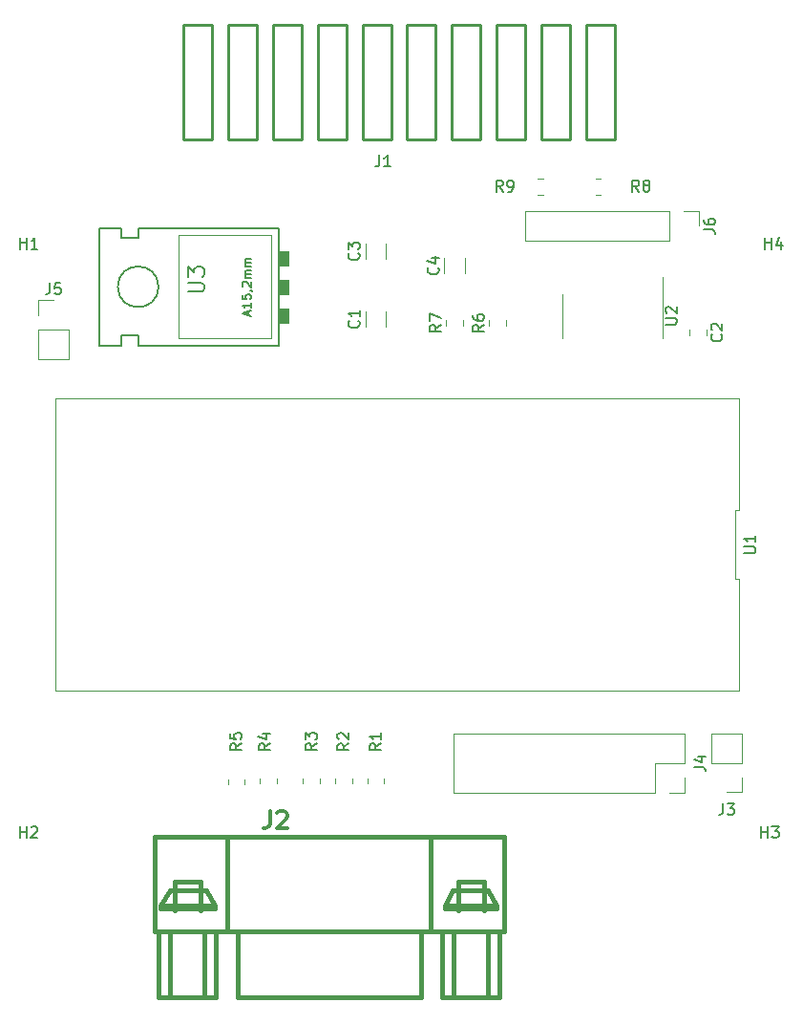
<source format=gbr>
%TF.GenerationSoftware,KiCad,Pcbnew,(6.0.0)*%
%TF.CreationDate,2023-01-29T22:37:32-05:00*%
%TF.ProjectId,TRS-80-M3-VID1,5452532d-3830-42d4-9d33-2d564944312e,rev?*%
%TF.SameCoordinates,Original*%
%TF.FileFunction,Legend,Top*%
%TF.FilePolarity,Positive*%
%FSLAX46Y46*%
G04 Gerber Fmt 4.6, Leading zero omitted, Abs format (unit mm)*
G04 Created by KiCad (PCBNEW (6.0.0)) date 2023-01-29 22:37:32*
%MOMM*%
%LPD*%
G01*
G04 APERTURE LIST*
%ADD10C,0.150000*%
%ADD11C,0.304800*%
%ADD12C,0.120000*%
%ADD13C,0.381000*%
%ADD14C,0.254000*%
%ADD15C,0.152400*%
%ADD16C,0.050800*%
%ADD17C,0.010000*%
G04 APERTURE END LIST*
D10*
%TO.C,C3*%
X129262142Y-54484166D02*
X129309761Y-54531785D01*
X129357380Y-54674642D01*
X129357380Y-54769880D01*
X129309761Y-54912738D01*
X129214523Y-55007976D01*
X129119285Y-55055595D01*
X128928809Y-55103214D01*
X128785952Y-55103214D01*
X128595476Y-55055595D01*
X128500238Y-55007976D01*
X128405000Y-54912738D01*
X128357380Y-54769880D01*
X128357380Y-54674642D01*
X128405000Y-54531785D01*
X128452619Y-54484166D01*
X128357380Y-54150833D02*
X128357380Y-53531785D01*
X128738333Y-53865119D01*
X128738333Y-53722261D01*
X128785952Y-53627023D01*
X128833571Y-53579404D01*
X128928809Y-53531785D01*
X129166904Y-53531785D01*
X129262142Y-53579404D01*
X129309761Y-53627023D01*
X129357380Y-53722261D01*
X129357380Y-54007976D01*
X129309761Y-54103214D01*
X129262142Y-54150833D01*
%TO.C,R9*%
X142073333Y-49029880D02*
X141740000Y-48553690D01*
X141501904Y-49029880D02*
X141501904Y-48029880D01*
X141882857Y-48029880D01*
X141978095Y-48077500D01*
X142025714Y-48125119D01*
X142073333Y-48220357D01*
X142073333Y-48363214D01*
X142025714Y-48458452D01*
X141978095Y-48506071D01*
X141882857Y-48553690D01*
X141501904Y-48553690D01*
X142549523Y-49029880D02*
X142740000Y-49029880D01*
X142835238Y-48982261D01*
X142882857Y-48934642D01*
X142978095Y-48791785D01*
X143025714Y-48601309D01*
X143025714Y-48220357D01*
X142978095Y-48125119D01*
X142930476Y-48077500D01*
X142835238Y-48029880D01*
X142644761Y-48029880D01*
X142549523Y-48077500D01*
X142501904Y-48125119D01*
X142454285Y-48220357D01*
X142454285Y-48458452D01*
X142501904Y-48553690D01*
X142549523Y-48601309D01*
X142644761Y-48648928D01*
X142835238Y-48648928D01*
X142930476Y-48601309D01*
X142978095Y-48553690D01*
X143025714Y-48458452D01*
%TO.C,U2*%
X156497380Y-60801904D02*
X157306904Y-60801904D01*
X157402142Y-60754285D01*
X157449761Y-60706666D01*
X157497380Y-60611428D01*
X157497380Y-60420952D01*
X157449761Y-60325714D01*
X157402142Y-60278095D01*
X157306904Y-60230476D01*
X156497380Y-60230476D01*
X156592619Y-59801904D02*
X156545000Y-59754285D01*
X156497380Y-59659047D01*
X156497380Y-59420952D01*
X156545000Y-59325714D01*
X156592619Y-59278095D01*
X156687857Y-59230476D01*
X156783095Y-59230476D01*
X156925952Y-59278095D01*
X157497380Y-59849523D01*
X157497380Y-59230476D01*
%TO.C,R5*%
X118879880Y-97956666D02*
X118403690Y-98290000D01*
X118879880Y-98528095D02*
X117879880Y-98528095D01*
X117879880Y-98147142D01*
X117927500Y-98051904D01*
X117975119Y-98004285D01*
X118070357Y-97956666D01*
X118213214Y-97956666D01*
X118308452Y-98004285D01*
X118356071Y-98051904D01*
X118403690Y-98147142D01*
X118403690Y-98528095D01*
X117879880Y-97051904D02*
X117879880Y-97528095D01*
X118356071Y-97575714D01*
X118308452Y-97528095D01*
X118260833Y-97432857D01*
X118260833Y-97194761D01*
X118308452Y-97099523D01*
X118356071Y-97051904D01*
X118451309Y-97004285D01*
X118689404Y-97004285D01*
X118784642Y-97051904D01*
X118832261Y-97099523D01*
X118879880Y-97194761D01*
X118879880Y-97432857D01*
X118832261Y-97528095D01*
X118784642Y-97575714D01*
%TO.C,C4*%
X136302142Y-55761666D02*
X136349761Y-55809285D01*
X136397380Y-55952142D01*
X136397380Y-56047380D01*
X136349761Y-56190238D01*
X136254523Y-56285476D01*
X136159285Y-56333095D01*
X135968809Y-56380714D01*
X135825952Y-56380714D01*
X135635476Y-56333095D01*
X135540238Y-56285476D01*
X135445000Y-56190238D01*
X135397380Y-56047380D01*
X135397380Y-55952142D01*
X135445000Y-55809285D01*
X135492619Y-55761666D01*
X135730714Y-54904523D02*
X136397380Y-54904523D01*
X135349761Y-55142619D02*
X136064047Y-55380714D01*
X136064047Y-54761666D01*
D11*
%TO.C,J2*%
X121412000Y-103940428D02*
X121412000Y-105029000D01*
X121339428Y-105246714D01*
X121194285Y-105391857D01*
X120976571Y-105464428D01*
X120831428Y-105464428D01*
X122065142Y-104085571D02*
X122137714Y-104013000D01*
X122282857Y-103940428D01*
X122645714Y-103940428D01*
X122790857Y-104013000D01*
X122863428Y-104085571D01*
X122936000Y-104230714D01*
X122936000Y-104375857D01*
X122863428Y-104593571D01*
X121992571Y-105464428D01*
X122936000Y-105464428D01*
D10*
%TO.C,H3*%
X164973095Y-106307380D02*
X164973095Y-105307380D01*
X164973095Y-105783571D02*
X165544523Y-105783571D01*
X165544523Y-106307380D02*
X165544523Y-105307380D01*
X165925476Y-105307380D02*
X166544523Y-105307380D01*
X166211190Y-105688333D01*
X166354047Y-105688333D01*
X166449285Y-105735952D01*
X166496904Y-105783571D01*
X166544523Y-105878809D01*
X166544523Y-106116904D01*
X166496904Y-106212142D01*
X166449285Y-106259761D01*
X166354047Y-106307380D01*
X166068333Y-106307380D01*
X165973095Y-106259761D01*
X165925476Y-106212142D01*
%TO.C,C2*%
X161422142Y-61676666D02*
X161469761Y-61724285D01*
X161517380Y-61867142D01*
X161517380Y-61962380D01*
X161469761Y-62105238D01*
X161374523Y-62200476D01*
X161279285Y-62248095D01*
X161088809Y-62295714D01*
X160945952Y-62295714D01*
X160755476Y-62248095D01*
X160660238Y-62200476D01*
X160565000Y-62105238D01*
X160517380Y-61962380D01*
X160517380Y-61867142D01*
X160565000Y-61724285D01*
X160612619Y-61676666D01*
X160612619Y-61295714D02*
X160565000Y-61248095D01*
X160517380Y-61152857D01*
X160517380Y-60914761D01*
X160565000Y-60819523D01*
X160612619Y-60771904D01*
X160707857Y-60724285D01*
X160803095Y-60724285D01*
X160945952Y-60771904D01*
X161517380Y-61343333D01*
X161517380Y-60724285D01*
%TO.C,R7*%
X136597380Y-60841666D02*
X136121190Y-61175000D01*
X136597380Y-61413095D02*
X135597380Y-61413095D01*
X135597380Y-61032142D01*
X135645000Y-60936904D01*
X135692619Y-60889285D01*
X135787857Y-60841666D01*
X135930714Y-60841666D01*
X136025952Y-60889285D01*
X136073571Y-60936904D01*
X136121190Y-61032142D01*
X136121190Y-61413095D01*
X135597380Y-60508333D02*
X135597380Y-59841666D01*
X136597380Y-60270238D01*
%TO.C,R3*%
X125547380Y-97956666D02*
X125071190Y-98290000D01*
X125547380Y-98528095D02*
X124547380Y-98528095D01*
X124547380Y-98147142D01*
X124595000Y-98051904D01*
X124642619Y-98004285D01*
X124737857Y-97956666D01*
X124880714Y-97956666D01*
X124975952Y-98004285D01*
X125023571Y-98051904D01*
X125071190Y-98147142D01*
X125071190Y-98528095D01*
X124547380Y-97623333D02*
X124547380Y-97004285D01*
X124928333Y-97337619D01*
X124928333Y-97194761D01*
X124975952Y-97099523D01*
X125023571Y-97051904D01*
X125118809Y-97004285D01*
X125356904Y-97004285D01*
X125452142Y-97051904D01*
X125499761Y-97099523D01*
X125547380Y-97194761D01*
X125547380Y-97480476D01*
X125499761Y-97575714D01*
X125452142Y-97623333D01*
%TO.C,J1*%
X131111666Y-45807380D02*
X131111666Y-46521666D01*
X131064047Y-46664523D01*
X130968809Y-46759761D01*
X130825952Y-46807380D01*
X130730714Y-46807380D01*
X132111666Y-46807380D02*
X131540238Y-46807380D01*
X131825952Y-46807380D02*
X131825952Y-45807380D01*
X131730714Y-45950238D01*
X131635476Y-46045476D01*
X131540238Y-46093095D01*
%TO.C,J3*%
X161591666Y-103254890D02*
X161591666Y-103969176D01*
X161544047Y-104112033D01*
X161448809Y-104207271D01*
X161305952Y-104254890D01*
X161210714Y-104254890D01*
X161972619Y-103254890D02*
X162591666Y-103254890D01*
X162258333Y-103635843D01*
X162401190Y-103635843D01*
X162496428Y-103683462D01*
X162544047Y-103731081D01*
X162591666Y-103826319D01*
X162591666Y-104064414D01*
X162544047Y-104159652D01*
X162496428Y-104207271D01*
X162401190Y-104254890D01*
X162115476Y-104254890D01*
X162020238Y-104207271D01*
X161972619Y-104159652D01*
%TO.C,R8*%
X154138333Y-49029880D02*
X153805000Y-48553690D01*
X153566904Y-49029880D02*
X153566904Y-48029880D01*
X153947857Y-48029880D01*
X154043095Y-48077500D01*
X154090714Y-48125119D01*
X154138333Y-48220357D01*
X154138333Y-48363214D01*
X154090714Y-48458452D01*
X154043095Y-48506071D01*
X153947857Y-48553690D01*
X153566904Y-48553690D01*
X154709761Y-48458452D02*
X154614523Y-48410833D01*
X154566904Y-48363214D01*
X154519285Y-48267976D01*
X154519285Y-48220357D01*
X154566904Y-48125119D01*
X154614523Y-48077500D01*
X154709761Y-48029880D01*
X154900238Y-48029880D01*
X154995476Y-48077500D01*
X155043095Y-48125119D01*
X155090714Y-48220357D01*
X155090714Y-48267976D01*
X155043095Y-48363214D01*
X154995476Y-48410833D01*
X154900238Y-48458452D01*
X154709761Y-48458452D01*
X154614523Y-48506071D01*
X154566904Y-48553690D01*
X154519285Y-48648928D01*
X154519285Y-48839404D01*
X154566904Y-48934642D01*
X154614523Y-48982261D01*
X154709761Y-49029880D01*
X154900238Y-49029880D01*
X154995476Y-48982261D01*
X155043095Y-48934642D01*
X155090714Y-48839404D01*
X155090714Y-48648928D01*
X155043095Y-48553690D01*
X154995476Y-48506071D01*
X154900238Y-48458452D01*
%TO.C,J4*%
X159052380Y-100028343D02*
X159766666Y-100028343D01*
X159909523Y-100075962D01*
X160004761Y-100171200D01*
X160052380Y-100314057D01*
X160052380Y-100409295D01*
X159385714Y-99123581D02*
X160052380Y-99123581D01*
X159004761Y-99361676D02*
X159719047Y-99599771D01*
X159719047Y-98980724D01*
%TO.C,H1*%
X99250595Y-54109880D02*
X99250595Y-53109880D01*
X99250595Y-53586071D02*
X99822023Y-53586071D01*
X99822023Y-54109880D02*
X99822023Y-53109880D01*
X100822023Y-54109880D02*
X100250595Y-54109880D01*
X100536309Y-54109880D02*
X100536309Y-53109880D01*
X100441071Y-53252738D01*
X100345833Y-53347976D01*
X100250595Y-53395595D01*
%TO.C,R2*%
X128404880Y-97956666D02*
X127928690Y-98290000D01*
X128404880Y-98528095D02*
X127404880Y-98528095D01*
X127404880Y-98147142D01*
X127452500Y-98051904D01*
X127500119Y-98004285D01*
X127595357Y-97956666D01*
X127738214Y-97956666D01*
X127833452Y-98004285D01*
X127881071Y-98051904D01*
X127928690Y-98147142D01*
X127928690Y-98528095D01*
X127500119Y-97575714D02*
X127452500Y-97528095D01*
X127404880Y-97432857D01*
X127404880Y-97194761D01*
X127452500Y-97099523D01*
X127500119Y-97051904D01*
X127595357Y-97004285D01*
X127690595Y-97004285D01*
X127833452Y-97051904D01*
X128404880Y-97623333D01*
X128404880Y-97004285D01*
%TO.C,C1*%
X129262142Y-60491666D02*
X129309761Y-60539285D01*
X129357380Y-60682142D01*
X129357380Y-60777380D01*
X129309761Y-60920238D01*
X129214523Y-61015476D01*
X129119285Y-61063095D01*
X128928809Y-61110714D01*
X128785952Y-61110714D01*
X128595476Y-61063095D01*
X128500238Y-61015476D01*
X128405000Y-60920238D01*
X128357380Y-60777380D01*
X128357380Y-60682142D01*
X128405000Y-60539285D01*
X128452619Y-60491666D01*
X129357380Y-59539285D02*
X129357380Y-60110714D01*
X129357380Y-59825000D02*
X128357380Y-59825000D01*
X128500238Y-59920238D01*
X128595476Y-60015476D01*
X128643095Y-60110714D01*
%TO.C,R6*%
X140407380Y-60841666D02*
X139931190Y-61175000D01*
X140407380Y-61413095D02*
X139407380Y-61413095D01*
X139407380Y-61032142D01*
X139455000Y-60936904D01*
X139502619Y-60889285D01*
X139597857Y-60841666D01*
X139740714Y-60841666D01*
X139835952Y-60889285D01*
X139883571Y-60936904D01*
X139931190Y-61032142D01*
X139931190Y-61413095D01*
X139407380Y-59984523D02*
X139407380Y-60175000D01*
X139455000Y-60270238D01*
X139502619Y-60317857D01*
X139645476Y-60413095D01*
X139835952Y-60460714D01*
X140216904Y-60460714D01*
X140312142Y-60413095D01*
X140359761Y-60365476D01*
X140407380Y-60270238D01*
X140407380Y-60079761D01*
X140359761Y-59984523D01*
X140312142Y-59936904D01*
X140216904Y-59889285D01*
X139978809Y-59889285D01*
X139883571Y-59936904D01*
X139835952Y-59984523D01*
X139788333Y-60079761D01*
X139788333Y-60270238D01*
X139835952Y-60365476D01*
X139883571Y-60413095D01*
X139978809Y-60460714D01*
%TO.C,H2*%
X99250595Y-106307380D02*
X99250595Y-105307380D01*
X99250595Y-105783571D02*
X99822023Y-105783571D01*
X99822023Y-106307380D02*
X99822023Y-105307380D01*
X100250595Y-105402619D02*
X100298214Y-105355000D01*
X100393452Y-105307380D01*
X100631547Y-105307380D01*
X100726785Y-105355000D01*
X100774404Y-105402619D01*
X100822023Y-105497857D01*
X100822023Y-105593095D01*
X100774404Y-105735952D01*
X100202976Y-106307380D01*
X100822023Y-106307380D01*
%TO.C,R1*%
X131262380Y-97956666D02*
X130786190Y-98290000D01*
X131262380Y-98528095D02*
X130262380Y-98528095D01*
X130262380Y-98147142D01*
X130310000Y-98051904D01*
X130357619Y-98004285D01*
X130452857Y-97956666D01*
X130595714Y-97956666D01*
X130690952Y-98004285D01*
X130738571Y-98051904D01*
X130786190Y-98147142D01*
X130786190Y-98528095D01*
X131262380Y-97004285D02*
X131262380Y-97575714D01*
X131262380Y-97290000D02*
X130262380Y-97290000D01*
X130405238Y-97385238D01*
X130500476Y-97480476D01*
X130548095Y-97575714D01*
%TO.C,U3*%
X114168333Y-57899166D02*
X115301666Y-57899166D01*
X115435000Y-57832500D01*
X115501666Y-57765833D01*
X115568333Y-57632500D01*
X115568333Y-57365833D01*
X115501666Y-57232500D01*
X115435000Y-57165833D01*
X115301666Y-57099166D01*
X114168333Y-57099166D01*
X114168333Y-56565833D02*
X114168333Y-55699166D01*
X114701666Y-56165833D01*
X114701666Y-55965833D01*
X114768333Y-55832500D01*
X114835000Y-55765833D01*
X114968333Y-55699166D01*
X115301666Y-55699166D01*
X115435000Y-55765833D01*
X115501666Y-55832500D01*
X115568333Y-55965833D01*
X115568333Y-56365833D01*
X115501666Y-56499166D01*
X115435000Y-56565833D01*
X119510000Y-59993214D02*
X119510000Y-59621785D01*
X119732857Y-60067500D02*
X118952857Y-59807500D01*
X119732857Y-59547500D01*
X119732857Y-58878928D02*
X119732857Y-59324642D01*
X119732857Y-59101785D02*
X118952857Y-59101785D01*
X119064285Y-59176071D01*
X119138571Y-59250357D01*
X119175714Y-59324642D01*
X118952857Y-58173214D02*
X118952857Y-58544642D01*
X119324285Y-58581785D01*
X119287142Y-58544642D01*
X119250000Y-58470357D01*
X119250000Y-58284642D01*
X119287142Y-58210357D01*
X119324285Y-58173214D01*
X119398571Y-58136071D01*
X119584285Y-58136071D01*
X119658571Y-58173214D01*
X119695714Y-58210357D01*
X119732857Y-58284642D01*
X119732857Y-58470357D01*
X119695714Y-58544642D01*
X119658571Y-58581785D01*
X119695714Y-57764642D02*
X119732857Y-57764642D01*
X119807142Y-57801785D01*
X119844285Y-57838928D01*
X119027142Y-57467500D02*
X118990000Y-57430357D01*
X118952857Y-57356071D01*
X118952857Y-57170357D01*
X118990000Y-57096071D01*
X119027142Y-57058928D01*
X119101428Y-57021785D01*
X119175714Y-57021785D01*
X119287142Y-57058928D01*
X119732857Y-57504642D01*
X119732857Y-57021785D01*
X119732857Y-56687500D02*
X119212857Y-56687500D01*
X119287142Y-56687500D02*
X119250000Y-56650357D01*
X119212857Y-56576071D01*
X119212857Y-56464642D01*
X119250000Y-56390357D01*
X119324285Y-56353214D01*
X119732857Y-56353214D01*
X119324285Y-56353214D02*
X119250000Y-56316071D01*
X119212857Y-56241785D01*
X119212857Y-56130357D01*
X119250000Y-56056071D01*
X119324285Y-56018928D01*
X119732857Y-56018928D01*
X119732857Y-55647500D02*
X119212857Y-55647500D01*
X119287142Y-55647500D02*
X119250000Y-55610357D01*
X119212857Y-55536071D01*
X119212857Y-55424642D01*
X119250000Y-55350357D01*
X119324285Y-55313214D01*
X119732857Y-55313214D01*
X119324285Y-55313214D02*
X119250000Y-55276071D01*
X119212857Y-55201785D01*
X119212857Y-55090357D01*
X119250000Y-55016071D01*
X119324285Y-54978928D01*
X119732857Y-54978928D01*
%TO.C,H4*%
X165290595Y-54109880D02*
X165290595Y-53109880D01*
X165290595Y-53586071D02*
X165862023Y-53586071D01*
X165862023Y-54109880D02*
X165862023Y-53109880D01*
X166766785Y-53443214D02*
X166766785Y-54109880D01*
X166528690Y-53062261D02*
X166290595Y-53776547D01*
X166909642Y-53776547D01*
%TO.C,J6*%
X159897380Y-52403333D02*
X160611666Y-52403333D01*
X160754523Y-52450952D01*
X160849761Y-52546190D01*
X160897380Y-52689047D01*
X160897380Y-52784285D01*
X159897380Y-51498571D02*
X159897380Y-51689047D01*
X159945000Y-51784285D01*
X159992619Y-51831904D01*
X160135476Y-51927142D01*
X160325952Y-51974761D01*
X160706904Y-51974761D01*
X160802142Y-51927142D01*
X160849761Y-51879523D01*
X160897380Y-51784285D01*
X160897380Y-51593809D01*
X160849761Y-51498571D01*
X160802142Y-51450952D01*
X160706904Y-51403333D01*
X160468809Y-51403333D01*
X160373571Y-51450952D01*
X160325952Y-51498571D01*
X160278333Y-51593809D01*
X160278333Y-51784285D01*
X160325952Y-51879523D01*
X160373571Y-51927142D01*
X160468809Y-51974761D01*
%TO.C,R4*%
X121419880Y-97956666D02*
X120943690Y-98290000D01*
X121419880Y-98528095D02*
X120419880Y-98528095D01*
X120419880Y-98147142D01*
X120467500Y-98051904D01*
X120515119Y-98004285D01*
X120610357Y-97956666D01*
X120753214Y-97956666D01*
X120848452Y-98004285D01*
X120896071Y-98051904D01*
X120943690Y-98147142D01*
X120943690Y-98528095D01*
X120753214Y-97099523D02*
X121419880Y-97099523D01*
X120372261Y-97337619D02*
X121086547Y-97575714D01*
X121086547Y-96956666D01*
%TO.C,J5*%
X101901666Y-57124880D02*
X101901666Y-57839166D01*
X101854047Y-57982023D01*
X101758809Y-58077261D01*
X101615952Y-58124880D01*
X101520714Y-58124880D01*
X102854047Y-57124880D02*
X102377857Y-57124880D01*
X102330238Y-57601071D01*
X102377857Y-57553452D01*
X102473095Y-57505833D01*
X102711190Y-57505833D01*
X102806428Y-57553452D01*
X102854047Y-57601071D01*
X102901666Y-57696309D01*
X102901666Y-57934404D01*
X102854047Y-58029642D01*
X102806428Y-58077261D01*
X102711190Y-58124880D01*
X102473095Y-58124880D01*
X102377857Y-58077261D01*
X102330238Y-58029642D01*
%TO.C,U1*%
X163477380Y-81089404D02*
X164286904Y-81089404D01*
X164382142Y-81041785D01*
X164429761Y-80994166D01*
X164477380Y-80898928D01*
X164477380Y-80708452D01*
X164429761Y-80613214D01*
X164382142Y-80565595D01*
X164286904Y-80517976D01*
X163477380Y-80517976D01*
X164477380Y-79517976D02*
X164477380Y-80089404D01*
X164477380Y-79803690D02*
X163477380Y-79803690D01*
X163620238Y-79898928D01*
X163715476Y-79994166D01*
X163763095Y-80089404D01*
D12*
%TO.C,C3*%
X129900000Y-53606248D02*
X129900000Y-55028752D01*
X131720000Y-53606248D02*
X131720000Y-55028752D01*
%TO.C,R9*%
X145642064Y-47842500D02*
X145187936Y-47842500D01*
X145642064Y-49312500D02*
X145187936Y-49312500D01*
%TO.C,U2*%
X147330000Y-60040000D02*
X147330000Y-61990000D01*
X156200000Y-60040000D02*
X156200000Y-56590000D01*
X147330000Y-60040000D02*
X147330000Y-58090000D01*
X156200000Y-60040000D02*
X156200000Y-61990000D01*
%TO.C,R5*%
X119162500Y-101102936D02*
X119162500Y-101557064D01*
X117692500Y-101102936D02*
X117692500Y-101557064D01*
%TO.C,C4*%
X138705000Y-56306252D02*
X138705000Y-54883748D01*
X136885000Y-56306252D02*
X136885000Y-54883748D01*
D13*
%TO.C,J2*%
X111696500Y-112331500D02*
X111696500Y-112585500D01*
X140779500Y-110934500D02*
X141541500Y-112331500D01*
X118554500Y-114617500D02*
X118554500Y-120459500D01*
X140779500Y-114617500D02*
X140779500Y-120459500D01*
X111569500Y-120459500D02*
X116649500Y-120459500D01*
X115633500Y-114617500D02*
X115633500Y-120459500D01*
X138112500Y-112712500D02*
X138112500Y-110172500D01*
X111188500Y-114617500D02*
X142176500Y-114617500D01*
X141541500Y-112585500D02*
X141541500Y-112331500D01*
X136969500Y-112331500D02*
X136969500Y-112585500D01*
X136969500Y-112585500D02*
X141541500Y-112585500D01*
X112585500Y-110934500D02*
X111696500Y-112331500D01*
X137604500Y-110934500D02*
X140779500Y-110934500D01*
X115252500Y-110172500D02*
X115252500Y-112712500D01*
X141541500Y-112331500D02*
X136969500Y-112331500D01*
X112585500Y-114617500D02*
X112585500Y-120459500D01*
X111569500Y-114617500D02*
X111569500Y-120459500D01*
X112966500Y-112712500D02*
X112966500Y-110172500D01*
X137731500Y-114617500D02*
X137731500Y-120459500D01*
X112585500Y-110934500D02*
X115760500Y-110934500D01*
X140398500Y-110172500D02*
X140398500Y-112712500D01*
X137604500Y-110934500D02*
X136969500Y-112331500D01*
X134810500Y-120459500D02*
X134810500Y-114617500D01*
X142176500Y-106235500D02*
X111188500Y-106235500D01*
X111188500Y-114617500D02*
X111188500Y-106235500D01*
X116522500Y-112331500D02*
X111696500Y-112331500D01*
X141795500Y-120459500D02*
X141795500Y-114744500D01*
X115760500Y-110934500D02*
X116522500Y-112331500D01*
X116522500Y-112585500D02*
X116522500Y-112331500D01*
X112966500Y-110172500D02*
X115252500Y-110172500D01*
X138112500Y-110172500D02*
X140398500Y-110172500D01*
X136715500Y-114617500D02*
X136715500Y-120459500D01*
X111696500Y-112585500D02*
X116522500Y-112585500D01*
X118554500Y-120459500D02*
X134810500Y-120459500D01*
X136715500Y-120459500D02*
X141795500Y-120459500D01*
X117665500Y-106235500D02*
X117665500Y-114592100D01*
X116649500Y-114617500D02*
X116649500Y-120459500D01*
X142176500Y-106235500D02*
X142176500Y-114617500D01*
X135699500Y-114592100D02*
X135699500Y-106235500D01*
D12*
%TO.C,C2*%
X160120000Y-61248748D02*
X160120000Y-61771252D01*
X158650000Y-61248748D02*
X158650000Y-61771252D01*
%TO.C,R7*%
X138530000Y-60902064D02*
X138530000Y-60447936D01*
X137060000Y-60902064D02*
X137060000Y-60447936D01*
%TO.C,R3*%
X124360000Y-101055436D02*
X124360000Y-101509564D01*
X125830000Y-101055436D02*
X125830000Y-101509564D01*
D14*
%TO.C,J1*%
X144049750Y-44450000D02*
X141509750Y-44450000D01*
X141509750Y-44450000D02*
X141509750Y-34290000D01*
X141509750Y-34290000D02*
X144049750Y-34290000D01*
X144049750Y-34290000D02*
X144049750Y-44450000D01*
X128200150Y-44450000D02*
X125660150Y-44450000D01*
X125660150Y-44450000D02*
X125660150Y-34290000D01*
X125660150Y-34290000D02*
X128200150Y-34290000D01*
X128200150Y-34290000D02*
X128200150Y-44450000D01*
X116312950Y-44450000D02*
X113772950Y-44450000D01*
X113772950Y-44450000D02*
X113772950Y-34290000D01*
X113772950Y-34290000D02*
X116312950Y-34290000D01*
X116312950Y-34290000D02*
X116312950Y-44450000D01*
X140087350Y-44450000D02*
X137547350Y-44450000D01*
X137547350Y-44450000D02*
X137547350Y-34290000D01*
X137547350Y-34290000D02*
X140087350Y-34290000D01*
X140087350Y-34290000D02*
X140087350Y-44450000D01*
X136124950Y-44450000D02*
X133584950Y-44450000D01*
X133584950Y-44450000D02*
X133584950Y-34290000D01*
X133584950Y-34290000D02*
X136124950Y-34290000D01*
X136124950Y-34290000D02*
X136124950Y-44450000D01*
X132162550Y-44450000D02*
X129622550Y-44450000D01*
X129622550Y-44450000D02*
X129622550Y-34290000D01*
X129622550Y-34290000D02*
X132162550Y-34290000D01*
X132162550Y-34290000D02*
X132162550Y-44450000D01*
X124237750Y-44450000D02*
X121697750Y-44450000D01*
X121697750Y-44450000D02*
X121697750Y-34290000D01*
X121697750Y-34290000D02*
X124237750Y-34290000D01*
X124237750Y-34290000D02*
X124237750Y-44450000D01*
X148012150Y-44450000D02*
X145472150Y-44450000D01*
X145472150Y-44450000D02*
X145472150Y-34290000D01*
X145472150Y-34290000D02*
X148012150Y-34290000D01*
X148012150Y-34290000D02*
X148012150Y-44450000D01*
X120275350Y-44450000D02*
X117735350Y-44450000D01*
X117735350Y-44450000D02*
X117735350Y-34290000D01*
X117735350Y-34290000D02*
X120275350Y-34290000D01*
X120275350Y-34290000D02*
X120275350Y-44450000D01*
X151974550Y-44450000D02*
X149434550Y-44450000D01*
X149434550Y-44450000D02*
X149434550Y-34290000D01*
X149434550Y-34290000D02*
X151974550Y-34290000D01*
X151974550Y-34290000D02*
X151974550Y-44450000D01*
D12*
%TO.C,J3*%
X163255000Y-102280010D02*
X161925000Y-102280010D01*
X163255000Y-99680010D02*
X163255000Y-97080010D01*
X163255000Y-99680010D02*
X160595000Y-99680010D01*
X163255000Y-97080010D02*
X160595000Y-97080010D01*
X160595000Y-99680010D02*
X160595000Y-97080010D01*
X163255000Y-100950010D02*
X163255000Y-102280010D01*
%TO.C,R8*%
X150769564Y-49312500D02*
X150315436Y-49312500D01*
X150769564Y-47842500D02*
X150315436Y-47842500D01*
%TO.C,J4*%
X158160000Y-97095010D02*
X137720000Y-97095010D01*
X158160000Y-99695010D02*
X155560000Y-99695010D01*
X158160000Y-100965010D02*
X158160000Y-102295010D01*
X155560000Y-99695010D02*
X155560000Y-102295010D01*
X137720000Y-97095010D02*
X137720000Y-102295010D01*
X158160000Y-97095010D02*
X158160000Y-99695010D01*
X158160000Y-102295010D02*
X156830000Y-102295010D01*
X155560000Y-102295010D02*
X137720000Y-102295010D01*
%TO.C,R2*%
X127217500Y-101055436D02*
X127217500Y-101509564D01*
X128687500Y-101055436D02*
X128687500Y-101509564D01*
%TO.C,C1*%
X131720000Y-61036252D02*
X131720000Y-59613748D01*
X129900000Y-61036252D02*
X129900000Y-59613748D01*
%TO.C,R6*%
X142340000Y-60902064D02*
X142340000Y-60447936D01*
X140870000Y-60902064D02*
X140870000Y-60447936D01*
%TO.C,R1*%
X131545000Y-101055436D02*
X131545000Y-101509564D01*
X130075000Y-101055436D02*
X130075000Y-101509564D01*
D15*
%TO.C,U3*%
X106299000Y-52260500D02*
X106299000Y-62674500D01*
X122174000Y-62674500D02*
X122174000Y-52260500D01*
X108204000Y-61785500D02*
X108204000Y-62674500D01*
X109728000Y-52260500D02*
X109728000Y-53149500D01*
X108204000Y-62674500D02*
X106299000Y-62674500D01*
D16*
X113284000Y-52895500D02*
X121539000Y-52895500D01*
D15*
X108204000Y-52260500D02*
X106299000Y-52260500D01*
X109728000Y-53149500D02*
X108204000Y-53149500D01*
D16*
X121539000Y-62039500D02*
X113284000Y-62039500D01*
D15*
X109728000Y-61785500D02*
X108204000Y-61785500D01*
X108204000Y-53149500D02*
X108204000Y-52260500D01*
X122174000Y-52260500D02*
X109728000Y-52260500D01*
D16*
X121539000Y-62039500D02*
X121539000Y-52895500D01*
X113284000Y-52895500D02*
X113284000Y-62039500D01*
D15*
X122174000Y-62674500D02*
X109728000Y-62674500D01*
X109728000Y-62674500D02*
X109728000Y-61785500D01*
X111531400Y-57467500D02*
G75*
G03*
X111531400Y-57467500I-1803400J0D01*
G01*
D17*
X122174000Y-55562500D02*
X122174000Y-54292500D01*
X122174000Y-54292500D02*
X123063000Y-54292500D01*
X123063000Y-54292500D02*
X123063000Y-55562500D01*
X123063000Y-55562500D02*
X122174000Y-55562500D01*
G36*
X123063000Y-55562500D02*
G01*
X122174000Y-55562500D01*
X122174000Y-54292500D01*
X123063000Y-54292500D01*
X123063000Y-55562500D01*
G37*
X123063000Y-55562500D02*
X122174000Y-55562500D01*
X122174000Y-54292500D01*
X123063000Y-54292500D01*
X123063000Y-55562500D01*
X122174000Y-60642500D02*
X122174000Y-59372500D01*
X122174000Y-59372500D02*
X123063000Y-59372500D01*
X123063000Y-59372500D02*
X123063000Y-60642500D01*
X123063000Y-60642500D02*
X122174000Y-60642500D01*
G36*
X123063000Y-60642500D02*
G01*
X122174000Y-60642500D01*
X122174000Y-59372500D01*
X123063000Y-59372500D01*
X123063000Y-60642500D01*
G37*
X123063000Y-60642500D02*
X122174000Y-60642500D01*
X122174000Y-59372500D01*
X123063000Y-59372500D01*
X123063000Y-60642500D01*
X122174000Y-58102500D02*
X122174000Y-56832500D01*
X122174000Y-56832500D02*
X123063000Y-56832500D01*
X123063000Y-56832500D02*
X123063000Y-58102500D01*
X123063000Y-58102500D02*
X122174000Y-58102500D01*
G36*
X123063000Y-58102500D02*
G01*
X122174000Y-58102500D01*
X122174000Y-56832500D01*
X123063000Y-56832500D01*
X123063000Y-58102500D01*
G37*
X123063000Y-58102500D02*
X122174000Y-58102500D01*
X122174000Y-56832500D01*
X123063000Y-56832500D01*
X123063000Y-58102500D01*
D12*
%TO.C,J6*%
X156845000Y-50740000D02*
X156845000Y-53400000D01*
X156845000Y-53400000D02*
X144085000Y-53400000D01*
X156845000Y-50740000D02*
X144085000Y-50740000D01*
X158115000Y-50740000D02*
X159445000Y-50740000D01*
X159445000Y-50740000D02*
X159445000Y-52070000D01*
X144085000Y-50740000D02*
X144085000Y-53400000D01*
%TO.C,R4*%
X122020000Y-101055436D02*
X122020000Y-101509564D01*
X120550000Y-101055436D02*
X120550000Y-101509564D01*
%TO.C,J5*%
X100905000Y-61272500D02*
X103565000Y-61272500D01*
X100905000Y-58672500D02*
X102235000Y-58672500D01*
X100905000Y-63872500D02*
X103565000Y-63872500D01*
X100905000Y-61272500D02*
X100905000Y-63872500D01*
X103565000Y-61272500D02*
X103565000Y-63872500D01*
X100905000Y-60002500D02*
X100905000Y-58672500D01*
%TO.C,U1*%
X163025000Y-67377500D02*
X102405000Y-67377500D01*
X163025000Y-93277500D02*
X163025000Y-83367500D01*
X102405000Y-67377500D02*
X102405000Y-93277500D01*
X102405000Y-93277500D02*
X163025000Y-93277500D01*
X162665000Y-77287501D02*
X163025000Y-77287501D01*
X162665000Y-83367500D02*
X162665000Y-77287501D01*
X163025000Y-77287501D02*
X163025000Y-67377500D01*
X163025000Y-83367500D02*
X162665000Y-83367500D01*
%TD*%
M02*

</source>
